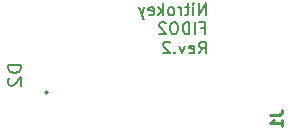
<source format=gbo>
G04 #@! TF.GenerationSoftware,KiCad,Pcbnew,(5.0.1)-4*
G04 #@! TF.CreationDate,2019-04-11T15:05:26+02:00*
G04 #@! TF.ProjectId,nk-fido2,6E6B2D6669646F322E6B696361645F70,R2*
G04 #@! TF.SameCoordinates,PX791ddc0PY5e69114*
G04 #@! TF.FileFunction,Legend,Bot*
G04 #@! TF.FilePolarity,Positive*
%FSLAX46Y46*%
G04 Gerber Fmt 4.6, Leading zero omitted, Abs format (unit mm)*
G04 Created by KiCad (PCBNEW (5.0.1)-4) date 11.04.2019 15:05:26*
%MOMM*%
%LPD*%
G01*
G04 APERTURE LIST*
%ADD10C,0.150000*%
%ADD11C,0.127000*%
%ADD12C,0.196100*%
%ADD13C,0.250000*%
G04 APERTURE END LIST*
D10*
X2374438Y3917929D02*
X2707771Y3917929D01*
X2707771Y3394120D02*
X2707771Y4394120D01*
X2231580Y4394120D01*
X1850628Y3394120D02*
X1850628Y4394120D01*
X1374438Y3394120D02*
X1374438Y4394120D01*
X1136342Y4394120D01*
X993485Y4346500D01*
X898247Y4251262D01*
X850628Y4156024D01*
X803009Y3965548D01*
X803009Y3822691D01*
X850628Y3632215D01*
X898247Y3536977D01*
X993485Y3441739D01*
X1136342Y3394120D01*
X1374438Y3394120D01*
X183961Y4394120D02*
X-6515Y4394120D01*
X-101753Y4346500D01*
X-196991Y4251262D01*
X-244610Y4060786D01*
X-244610Y3727453D01*
X-196991Y3536977D01*
X-101753Y3441739D01*
X-6515Y3394120D01*
X183961Y3394120D01*
X279200Y3441739D01*
X374438Y3536977D01*
X422057Y3727453D01*
X422057Y4060786D01*
X374438Y4251262D01*
X279200Y4346500D01*
X183961Y4394120D01*
X-625562Y4298881D02*
X-673181Y4346500D01*
X-768420Y4394120D01*
X-1006515Y4394120D01*
X-1101753Y4346500D01*
X-1149372Y4298881D01*
X-1196991Y4203643D01*
X-1196991Y4108405D01*
X-1149372Y3965548D01*
X-577943Y3394120D01*
X-1196991Y3394120D01*
X2764914Y4994120D02*
X2764914Y5994120D01*
X2193485Y4994120D01*
X2193485Y5994120D01*
X1717295Y4994120D02*
X1717295Y5660786D01*
X1717295Y5994120D02*
X1764914Y5946500D01*
X1717295Y5898881D01*
X1669676Y5946500D01*
X1717295Y5994120D01*
X1717295Y5898881D01*
X1383961Y5660786D02*
X1003009Y5660786D01*
X1241104Y5994120D02*
X1241104Y5136977D01*
X1193485Y5041739D01*
X1098247Y4994120D01*
X1003009Y4994120D01*
X669676Y4994120D02*
X669676Y5660786D01*
X669676Y5470310D02*
X622057Y5565548D01*
X574438Y5613167D01*
X479200Y5660786D01*
X383961Y5660786D01*
X-92229Y4994120D02*
X3009Y5041739D01*
X50628Y5089358D01*
X98247Y5184596D01*
X98247Y5470310D01*
X50628Y5565548D01*
X3009Y5613167D01*
X-92229Y5660786D01*
X-235086Y5660786D01*
X-330324Y5613167D01*
X-377943Y5565548D01*
X-425562Y5470310D01*
X-425562Y5184596D01*
X-377943Y5089358D01*
X-330324Y5041739D01*
X-235086Y4994120D01*
X-92229Y4994120D01*
X-854134Y4994120D02*
X-854134Y5994120D01*
X-949372Y5375072D02*
X-1235086Y4994120D01*
X-1235086Y5660786D02*
X-854134Y5279834D01*
X-2044610Y5041739D02*
X-1949372Y4994120D01*
X-1758896Y4994120D01*
X-1663658Y5041739D01*
X-1616039Y5136977D01*
X-1616039Y5517929D01*
X-1663658Y5613167D01*
X-1758896Y5660786D01*
X-1949372Y5660786D01*
X-2044610Y5613167D01*
X-2092229Y5517929D01*
X-2092229Y5422691D01*
X-1616039Y5327453D01*
X-2425562Y5660786D02*
X-2663658Y4994120D01*
X-2901753Y5660786D02*
X-2663658Y4994120D01*
X-2568420Y4756024D01*
X-2520800Y4708405D01*
X-2425562Y4660786D01*
X2193485Y1759120D02*
X2526819Y2235310D01*
X2764914Y1759120D02*
X2764914Y2759120D01*
X2383961Y2759120D01*
X2288723Y2711500D01*
X2241104Y2663881D01*
X2193485Y2568643D01*
X2193485Y2425786D01*
X2241104Y2330548D01*
X2288723Y2282929D01*
X2383961Y2235310D01*
X2764914Y2235310D01*
X1383961Y1806739D02*
X1479200Y1759120D01*
X1669676Y1759120D01*
X1764914Y1806739D01*
X1812533Y1901977D01*
X1812533Y2282929D01*
X1764914Y2378167D01*
X1669676Y2425786D01*
X1479200Y2425786D01*
X1383961Y2378167D01*
X1336342Y2282929D01*
X1336342Y2187691D01*
X1812533Y2092453D01*
X1003009Y2425786D02*
X764914Y1759120D01*
X526819Y2425786D01*
X145866Y1854358D02*
X98247Y1806739D01*
X145866Y1759120D01*
X193485Y1806739D01*
X145866Y1854358D01*
X145866Y1759120D01*
X-282705Y2663881D02*
X-330324Y2711500D01*
X-425562Y2759120D01*
X-663658Y2759120D01*
X-758896Y2711500D01*
X-806515Y2663881D01*
X-854134Y2568643D01*
X-854134Y2473405D01*
X-806515Y2330548D01*
X-235086Y1759120D01*
X-854134Y1759120D01*
D11*
G04 #@! TO.C,D2*
X-10620800Y-1553500D02*
G75*
G03X-10620800Y-1553500I-100000J0D01*
G01*
D12*
X-12876188Y760327D02*
X-13969543Y760327D01*
X-13969543Y486512D01*
X-13917478Y322223D01*
X-13813349Y212697D01*
X-13709220Y157934D01*
X-13500962Y103171D01*
X-13344768Y103171D01*
X-13136510Y157934D01*
X-13032381Y212697D01*
X-12928252Y322223D01*
X-12876188Y486512D01*
X-12876188Y760327D01*
X-13865413Y-334933D02*
X-13917478Y-389696D01*
X-13969543Y-499222D01*
X-13969543Y-773037D01*
X-13917478Y-882563D01*
X-13865413Y-937326D01*
X-13761284Y-992089D01*
X-13657155Y-992089D01*
X-13500962Y-937326D01*
X-12876188Y-280170D01*
X-12876188Y-992089D01*
G04 #@! TO.C,J1*
D13*
X8231580Y-3420166D02*
X8945866Y-3420166D01*
X9088723Y-3372547D01*
X9183961Y-3277309D01*
X9231580Y-3134452D01*
X9231580Y-3039214D01*
X9231580Y-4420166D02*
X9231580Y-3848738D01*
X9231580Y-4134452D02*
X8231580Y-4134452D01*
X8374438Y-4039214D01*
X8469676Y-3943976D01*
X8517295Y-3848738D01*
G04 #@! TD*
M02*

</source>
